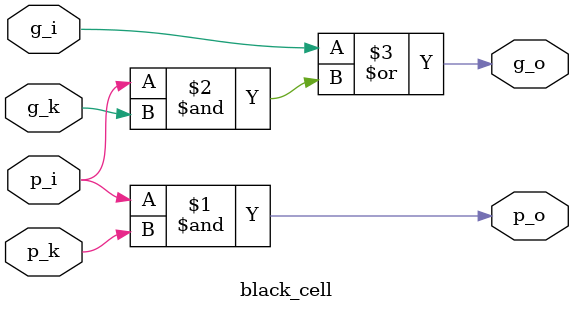
<source format=sv>
module han_carlson_adder_32bit (
    input wire [31:0] a,
    input wire [31:0] b,
    input wire cin,
    output wire [31:0] sum,
    output wire cout
);
    // 内部信号
    wire [31:0] p, g; // 生成和传播信号
    wire [31:0] pp, gg; // 预处理后的生成和传播信号
    wire [31:0] c; // 进位信号

    // 第一阶段：预处理，生成初始的传播和生成信号
    genvar i;
    generate
        for (i = 0; i < 32; i = i + 1) begin : gen_pg
            assign p[i] = a[i] ^ b[i];
            assign g[i] = a[i] & b[i];
        end
    endgenerate

    // 处理初始进位
    assign pp[0] = p[0];
    assign gg[0] = g[0] | (p[0] & cin);
    
    // 复制其余位的p和g信号
    generate
        for (i = 1; i < 32; i = i + 1) begin : copy_pg
            assign pp[i] = p[i];
            assign gg[i] = g[i];
        end
    endgenerate

    // Han-Carlson并行前缀树 - 处理偶数位
    wire [31:0] p_even, g_even;
    wire [31:0] p_odd, g_odd;
    
    // 分离奇偶位
    generate
        for (i = 0; i < 32; i = i + 2) begin : gen_even
            assign p_even[i/2] = pp[i];
            assign g_even[i/2] = gg[i];
        end
        for (i = 1; i < 32; i = i + 2) begin : gen_odd
            assign p_odd[i/2] = pp[i];
            assign g_odd[i/2] = gg[i];
        end
    endgenerate

    // 对偶数位进行并行前缀计算
    wire [15:0] p_stage [0:4]; // log2(16) = 4级
    wire [15:0] g_stage [0:4];
    
    // 初始化第一级
    assign p_stage[0] = p_even;
    assign g_stage[0] = g_even;
    
    // 构建前缀树 - 偶数位
    generate
        // 第1级: 距离1
        for (i = 0; i < 15; i = i + 1) begin : stage1
            gray_cell gc1 (
                .p_i(p_stage[0][i+1]),
                .g_i(g_stage[0][i+1]),
                .g_k(g_stage[0][i]),
                .g_o(g_stage[1][i+1])
            );
            black_cell bc1 (
                .p_i(p_stage[0][i+1]),
                .g_i(g_stage[0][i+1]),
                .p_k(p_stage[0][i]),
                .g_k(g_stage[0][i]),
                .p_o(p_stage[1][i+1]),
                .g_o()
            );
        end
        assign p_stage[1][0] = p_stage[0][0];
        assign g_stage[1][0] = g_stage[0][0];
        
        // 第2级: 距离2
        for (i = 0; i < 14; i = i + 1) begin : stage2
            gray_cell gc2 (
                .p_i(p_stage[1][i+2]),
                .g_i(g_stage[1][i+2]),
                .g_k(g_stage[1][i]),
                .g_o(g_stage[2][i+2])
            );
            black_cell bc2 (
                .p_i(p_stage[1][i+2]),
                .g_i(g_stage[1][i+2]),
                .p_k(p_stage[1][i]),
                .g_k(g_stage[1][i]),
                .p_o(p_stage[2][i+2]),
                .g_o()
            );
        end
        for (i = 0; i < 2; i = i + 1) begin : copy_stage2
            assign p_stage[2][i] = p_stage[1][i];
            assign g_stage[2][i] = g_stage[1][i];
        end
        
        // 第3级: 距离4
        for (i = 0; i < 12; i = i + 1) begin : stage3
            gray_cell gc3 (
                .p_i(p_stage[2][i+4]),
                .g_i(g_stage[2][i+4]),
                .g_k(g_stage[2][i]),
                .g_o(g_stage[3][i+4])
            );
            black_cell bc3 (
                .p_i(p_stage[2][i+4]),
                .g_i(g_stage[2][i+4]),
                .p_k(p_stage[2][i]),
                .g_k(g_stage[2][i]),
                .p_o(p_stage[3][i+4]),
                .g_o()
            );
        end
        for (i = 0; i < 4; i = i + 1) begin : copy_stage3
            assign p_stage[3][i] = p_stage[2][i];
            assign g_stage[3][i] = g_stage[2][i];
        end
        
        // 第4级: 距离8
        for (i = 0; i < 8; i = i + 1) begin : stage4
            gray_cell gc4 (
                .p_i(p_stage[3][i+8]),
                .g_i(g_stage[3][i+8]),
                .g_k(g_stage[3][i]),
                .g_o(g_stage[4][i+8])
            );
            black_cell bc4 (
                .p_i(p_stage[3][i+8]),
                .g_i(g_stage[3][i+8]),
                .p_k(p_stage[3][i]),
                .g_k(g_stage[3][i]),
                .p_o(p_stage[4][i+8]),
                .g_o()
            );
        end
        for (i = 0; i < 8; i = i + 1) begin : copy_stage4
            assign p_stage[4][i] = p_stage[3][i];
            assign g_stage[4][i] = g_stage[3][i];
        end
    endgenerate
    
    // 计算奇数位的进位
    wire [15:0] p_odd_out, g_odd_out;
    
    generate
        for (i = 0; i < 16; i = i + 1) begin : gen_odd_carry
            gray_cell gc_odd (
                .p_i(p_odd[i]),
                .g_i(g_odd[i]),
                .g_k(g_stage[4][i]),
                .g_o(g_odd_out[i])
            );
            assign p_odd_out[i] = p_odd[i];
        end
    endgenerate
    
    // 合并奇偶位结果
    generate
        for (i = 0; i < 16; i = i + 1) begin : merge_results
            assign c[i*2] = g_stage[4][i];
            assign c[i*2+1] = g_odd_out[i];
        end
    endgenerate
    
    // 最终计算和
    generate
        assign sum[0] = p[0] ^ cin;
        for (i = 1; i < 32; i = i + 1) begin : final_sum
            assign sum[i] = p[i] ^ c[i-1];
        end
    endgenerate
    
    // 输出进位
    assign cout = c[31];
endmodule

// 灰色单元 - 只传播生成信号
module gray_cell (
    input wire p_i,
    input wire g_i,
    input wire g_k,
    output wire g_o
);
    assign g_o = g_i | (p_i & g_k);
endmodule

// 黑色单元 - 传播生成和传播信号
module black_cell (
    input wire p_i,
    input wire g_i,
    input wire p_k,
    input wire g_k,
    output wire p_o,
    output wire g_o
);
    assign p_o = p_i & p_k;
    assign g_o = g_i | (p_i & g_k);
endmodule
</source>
